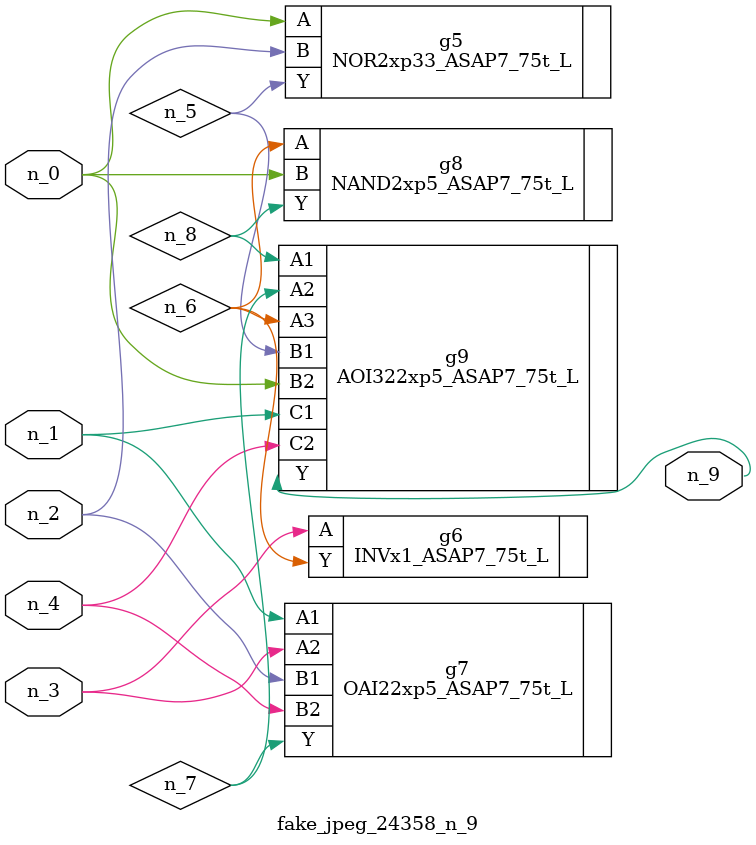
<source format=v>
module fake_jpeg_24358_n_9 (n_3, n_2, n_1, n_0, n_4, n_9);

input n_3;
input n_2;
input n_1;
input n_0;
input n_4;

output n_9;

wire n_8;
wire n_6;
wire n_5;
wire n_7;

NOR2xp33_ASAP7_75t_L g5 ( 
.A(n_0),
.B(n_2),
.Y(n_5)
);

INVx1_ASAP7_75t_L g6 ( 
.A(n_3),
.Y(n_6)
);

OAI22xp5_ASAP7_75t_L g7 ( 
.A1(n_1),
.A2(n_3),
.B1(n_2),
.B2(n_4),
.Y(n_7)
);

NAND2xp5_ASAP7_75t_L g8 ( 
.A(n_6),
.B(n_0),
.Y(n_8)
);

AOI322xp5_ASAP7_75t_L g9 ( 
.A1(n_8),
.A2(n_7),
.A3(n_6),
.B1(n_5),
.B2(n_0),
.C1(n_1),
.C2(n_4),
.Y(n_9)
);


endmodule
</source>
